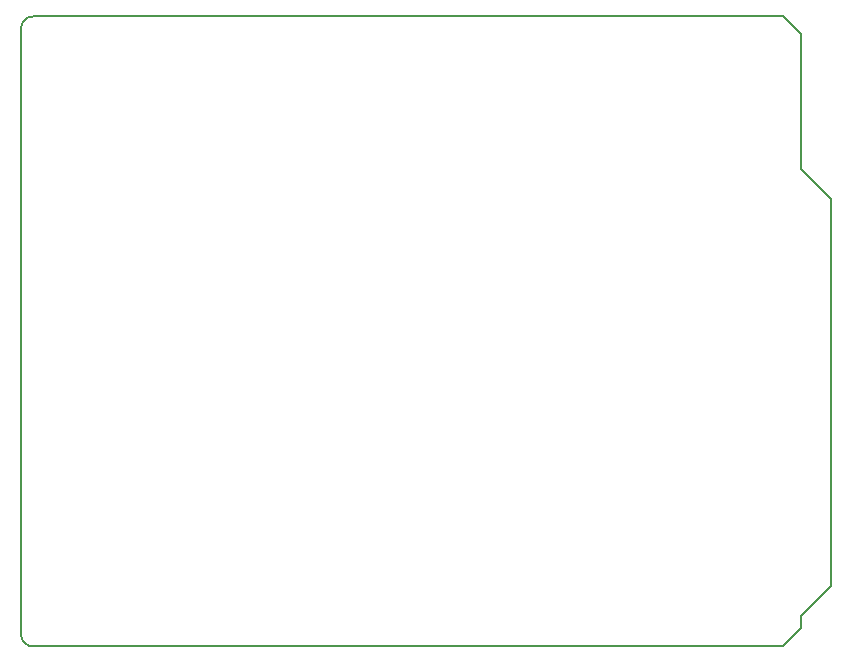
<source format=gbr>
%TF.GenerationSoftware,KiCad,Pcbnew,4.0.7*%
%TF.CreationDate,2018-06-08T10:12:50+02:00*%
%TF.ProjectId,Grape,47726170652E6B696361645F70636200,rev?*%
%TF.FileFunction,Profile,NP*%
%FSLAX46Y46*%
G04 Gerber Fmt 4.6, Leading zero omitted, Abs format (unit mm)*
G04 Created by KiCad (PCBNEW 4.0.7) date 06/08/18 10:12:50*
%MOMM*%
%LPD*%
G01*
G04 APERTURE LIST*
%ADD10C,0.150000*%
%ADD11C,0.127000*%
G04 APERTURE END LIST*
D10*
D11*
X176276000Y-114300000D02*
X112776000Y-114300000D01*
X177800000Y-112776000D02*
X177800000Y-111760000D01*
X177800000Y-112776000D02*
X176276000Y-114300000D01*
X176276000Y-60960000D02*
X112776000Y-60960000D01*
X111760000Y-61976000D02*
X111760000Y-113284000D01*
X111760000Y-113284000D02*
G75*
G03X112776000Y-114300000I1016000J0D01*
G01*
X112776000Y-60960000D02*
G75*
G03X111760000Y-61976000I0J-1016000D01*
G01*
X180340000Y-109220000D02*
X177800000Y-111760000D01*
X180340000Y-76454000D02*
X180340000Y-109220000D01*
X177800000Y-73914000D02*
X180340000Y-76454000D01*
X177800000Y-62484000D02*
X177800000Y-73914000D01*
X176276000Y-60960000D02*
X177800000Y-62484000D01*
M02*

</source>
